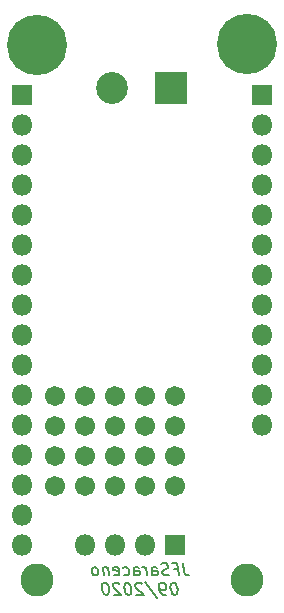
<source format=gbr>
%TF.GenerationSoftware,KiCad,Pcbnew,5.1.6-c6e7f7d~87~ubuntu18.04.1*%
%TF.CreationDate,2020-09-16T17:40:28-07:00*%
%TF.ProjectId,feather-power-supply-sw-smd,66656174-6865-4722-9d70-6f7765722d73,rev?*%
%TF.SameCoordinates,Original*%
%TF.FileFunction,Soldermask,Bot*%
%TF.FilePolarity,Negative*%
%FSLAX46Y46*%
G04 Gerber Fmt 4.6, Leading zero omitted, Abs format (unit mm)*
G04 Created by KiCad (PCBNEW 5.1.6-c6e7f7d~87~ubuntu18.04.1) date 2020-09-16 17:40:28*
%MOMM*%
%LPD*%
G01*
G04 APERTURE LIST*
%ADD10C,0.150000*%
%ADD11C,2.801600*%
%ADD12C,1.701600*%
%ADD13O,1.801600X1.801600*%
%ADD14R,1.801600X1.801600*%
%ADD15R,2.701600X2.701600*%
%ADD16C,2.701600*%
%ADD17C,5.101600*%
G04 APERTURE END LIST*
D10*
X143184480Y-105612180D02*
X143273766Y-106326466D01*
X143339242Y-106469323D01*
X143446385Y-106564561D01*
X143595194Y-106612180D01*
X143690432Y-106612180D01*
X142434480Y-106088371D02*
X142767813Y-106088371D01*
X142833289Y-106612180D02*
X142708289Y-105612180D01*
X142232099Y-105612180D01*
X142017813Y-106564561D02*
X141880908Y-106612180D01*
X141642813Y-106612180D01*
X141541623Y-106564561D01*
X141488051Y-106516942D01*
X141428527Y-106421704D01*
X141416623Y-106326466D01*
X141452337Y-106231228D01*
X141494004Y-106183609D01*
X141583289Y-106135990D01*
X141767813Y-106088371D01*
X141857099Y-106040752D01*
X141898766Y-105993133D01*
X141934480Y-105897895D01*
X141922575Y-105802657D01*
X141863051Y-105707419D01*
X141809480Y-105659800D01*
X141708289Y-105612180D01*
X141470194Y-105612180D01*
X141333289Y-105659800D01*
X140595194Y-106612180D02*
X140529718Y-106088371D01*
X140565432Y-105993133D01*
X140654718Y-105945514D01*
X140845194Y-105945514D01*
X140946385Y-105993133D01*
X140589242Y-106564561D02*
X140690432Y-106612180D01*
X140928527Y-106612180D01*
X141017813Y-106564561D01*
X141053527Y-106469323D01*
X141041623Y-106374085D01*
X140982099Y-106278847D01*
X140880908Y-106231228D01*
X140642813Y-106231228D01*
X140541623Y-106183609D01*
X140119004Y-106612180D02*
X140035670Y-105945514D01*
X140059480Y-106135990D02*
X139999956Y-106040752D01*
X139946385Y-105993133D01*
X139845194Y-105945514D01*
X139749956Y-105945514D01*
X139071385Y-106612180D02*
X139005908Y-106088371D01*
X139041623Y-105993133D01*
X139130908Y-105945514D01*
X139321385Y-105945514D01*
X139422575Y-105993133D01*
X139065432Y-106564561D02*
X139166623Y-106612180D01*
X139404718Y-106612180D01*
X139494004Y-106564561D01*
X139529718Y-106469323D01*
X139517813Y-106374085D01*
X139458289Y-106278847D01*
X139357099Y-106231228D01*
X139119004Y-106231228D01*
X139017813Y-106183609D01*
X138160670Y-106564561D02*
X138261861Y-106612180D01*
X138452337Y-106612180D01*
X138541623Y-106564561D01*
X138583289Y-106516942D01*
X138619004Y-106421704D01*
X138583289Y-106135990D01*
X138523766Y-106040752D01*
X138470194Y-105993133D01*
X138369004Y-105945514D01*
X138178527Y-105945514D01*
X138089242Y-105993133D01*
X137351147Y-106564561D02*
X137452337Y-106612180D01*
X137642813Y-106612180D01*
X137732099Y-106564561D01*
X137767813Y-106469323D01*
X137720194Y-106088371D01*
X137660670Y-105993133D01*
X137559480Y-105945514D01*
X137369004Y-105945514D01*
X137279718Y-105993133D01*
X137244004Y-106088371D01*
X137255908Y-106183609D01*
X137744004Y-106278847D01*
X136797575Y-105945514D02*
X136880908Y-106612180D01*
X136809480Y-106040752D02*
X136755908Y-105993133D01*
X136654718Y-105945514D01*
X136511861Y-105945514D01*
X136422575Y-105993133D01*
X136386861Y-106088371D01*
X136452337Y-106612180D01*
X135833289Y-106612180D02*
X135922575Y-106564561D01*
X135964242Y-106516942D01*
X135999956Y-106421704D01*
X135964242Y-106135990D01*
X135904718Y-106040752D01*
X135851147Y-105993133D01*
X135749956Y-105945514D01*
X135607099Y-105945514D01*
X135517813Y-105993133D01*
X135476147Y-106040752D01*
X135440432Y-106135990D01*
X135476147Y-106421704D01*
X135535670Y-106516942D01*
X135589242Y-106564561D01*
X135690432Y-106612180D01*
X135833289Y-106612180D01*
X142398766Y-107262180D02*
X142303527Y-107262180D01*
X142214242Y-107309800D01*
X142172575Y-107357419D01*
X142136861Y-107452657D01*
X142113051Y-107643133D01*
X142142813Y-107881228D01*
X142214242Y-108071704D01*
X142273766Y-108166942D01*
X142327337Y-108214561D01*
X142428527Y-108262180D01*
X142523766Y-108262180D01*
X142613051Y-108214561D01*
X142654718Y-108166942D01*
X142690432Y-108071704D01*
X142714242Y-107881228D01*
X142684480Y-107643133D01*
X142613051Y-107452657D01*
X142553527Y-107357419D01*
X142499956Y-107309800D01*
X142398766Y-107262180D01*
X141714242Y-108262180D02*
X141523766Y-108262180D01*
X141422575Y-108214561D01*
X141369004Y-108166942D01*
X141255908Y-108024085D01*
X141184480Y-107833609D01*
X141136861Y-107452657D01*
X141172575Y-107357419D01*
X141214242Y-107309800D01*
X141303527Y-107262180D01*
X141494004Y-107262180D01*
X141595194Y-107309800D01*
X141648766Y-107357419D01*
X141708289Y-107452657D01*
X141738051Y-107690752D01*
X141702337Y-107785990D01*
X141660670Y-107833609D01*
X141571385Y-107881228D01*
X141380908Y-107881228D01*
X141279718Y-107833609D01*
X141226147Y-107785990D01*
X141166623Y-107690752D01*
X139964242Y-107214561D02*
X140982099Y-108500276D01*
X139696385Y-107357419D02*
X139642813Y-107309800D01*
X139541623Y-107262180D01*
X139303527Y-107262180D01*
X139214242Y-107309800D01*
X139172575Y-107357419D01*
X139136861Y-107452657D01*
X139148766Y-107547895D01*
X139214242Y-107690752D01*
X139857099Y-108262180D01*
X139238051Y-108262180D01*
X138494004Y-107262180D02*
X138398766Y-107262180D01*
X138309480Y-107309800D01*
X138267813Y-107357419D01*
X138232099Y-107452657D01*
X138208289Y-107643133D01*
X138238051Y-107881228D01*
X138309480Y-108071704D01*
X138369004Y-108166942D01*
X138422575Y-108214561D01*
X138523766Y-108262180D01*
X138619004Y-108262180D01*
X138708289Y-108214561D01*
X138749956Y-108166942D01*
X138785670Y-108071704D01*
X138809480Y-107881228D01*
X138779718Y-107643133D01*
X138708289Y-107452657D01*
X138648766Y-107357419D01*
X138595194Y-107309800D01*
X138494004Y-107262180D01*
X137791623Y-107357419D02*
X137738051Y-107309800D01*
X137636861Y-107262180D01*
X137398766Y-107262180D01*
X137309480Y-107309800D01*
X137267813Y-107357419D01*
X137232099Y-107452657D01*
X137244004Y-107547895D01*
X137309480Y-107690752D01*
X137952337Y-108262180D01*
X137333289Y-108262180D01*
X136589242Y-107262180D02*
X136494004Y-107262180D01*
X136404718Y-107309800D01*
X136363051Y-107357419D01*
X136327337Y-107452657D01*
X136303527Y-107643133D01*
X136333289Y-107881228D01*
X136404718Y-108071704D01*
X136464242Y-108166942D01*
X136517813Y-108214561D01*
X136619004Y-108262180D01*
X136714242Y-108262180D01*
X136803527Y-108214561D01*
X136845194Y-108166942D01*
X136880908Y-108071704D01*
X136904718Y-107881228D01*
X136874956Y-107643133D01*
X136803527Y-107452657D01*
X136744004Y-107357419D01*
X136690432Y-107309800D01*
X136589242Y-107262180D01*
D11*
%TO.C,H3*%
X148615400Y-107010200D03*
%TD*%
D12*
%TO.C,REF\u002A\u002A*%
X137414000Y-91440000D03*
X139954000Y-91440000D03*
X132334000Y-91414600D03*
X134874000Y-91440000D03*
X142494000Y-91440000D03*
X139954000Y-93980000D03*
X132334000Y-93980000D03*
X142494000Y-93980000D03*
X134874000Y-93980000D03*
X137414000Y-93980000D03*
X134874000Y-96520000D03*
X132334000Y-96520000D03*
X139954000Y-96520000D03*
X137414000Y-96520000D03*
X142494000Y-96520000D03*
X142494000Y-99060000D03*
X137414000Y-99060000D03*
X134874000Y-99060000D03*
X132334000Y-99060000D03*
X139954000Y-99060000D03*
%TD*%
D13*
%TO.C,J5*%
X134874000Y-104063800D03*
X137414000Y-104063800D03*
X139954000Y-104063800D03*
D14*
X142494000Y-104063800D03*
%TD*%
D15*
%TO.C,J1*%
X142176500Y-65366900D03*
D16*
X137176500Y-65366900D03*
%TD*%
D17*
%TO.C,H2*%
X148615400Y-61671200D03*
%TD*%
%TO.C,H1*%
X130810000Y-61696600D03*
%TD*%
D11*
%TO.C,H4*%
X130810000Y-107010200D03*
%TD*%
D13*
%TO.C,J3*%
X129565400Y-104089200D03*
X129565400Y-101549200D03*
X129565400Y-99009200D03*
X129565400Y-96469200D03*
X129565400Y-93929200D03*
X129565400Y-91389200D03*
X129565400Y-88849200D03*
X129565400Y-86309200D03*
X129565400Y-83769200D03*
X129565400Y-81229200D03*
X129565400Y-78689200D03*
X129565400Y-76149200D03*
X129565400Y-73609200D03*
X129565400Y-71069200D03*
X129565400Y-68529200D03*
D14*
X129565400Y-65989200D03*
%TD*%
%TO.C,J2*%
X149885400Y-65989200D03*
D13*
X149885400Y-68529200D03*
X149885400Y-71069200D03*
X149885400Y-73609200D03*
X149885400Y-76149200D03*
X149885400Y-78689200D03*
X149885400Y-81229200D03*
X149885400Y-83769200D03*
X149885400Y-86309200D03*
X149885400Y-88849200D03*
X149885400Y-91389200D03*
X149885400Y-93929200D03*
%TD*%
M02*

</source>
